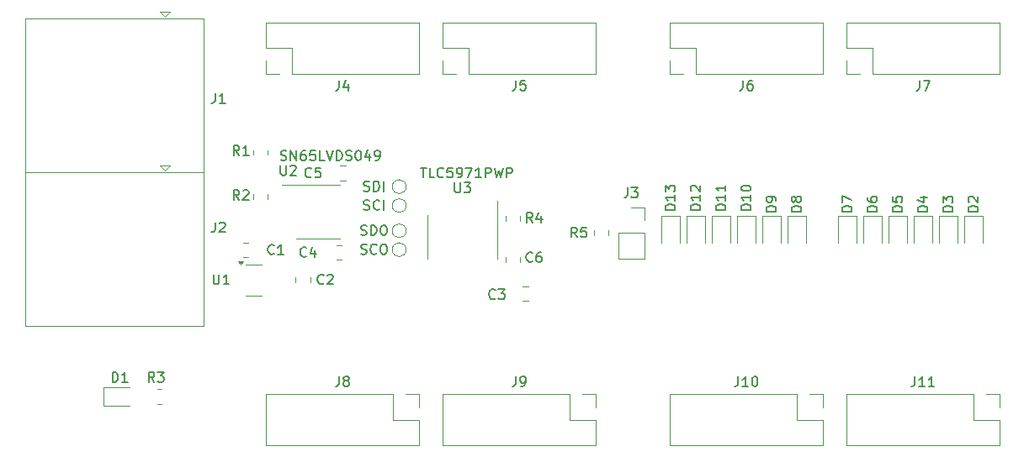
<source format=gbr>
%TF.GenerationSoftware,KiCad,Pcbnew,8.0.2*%
%TF.CreationDate,2025-01-02T13:01:11+01:00*%
%TF.ProjectId,test,74657374-2e6b-4696-9361-645f70636258,rev?*%
%TF.SameCoordinates,Original*%
%TF.FileFunction,Legend,Top*%
%TF.FilePolarity,Positive*%
%FSLAX46Y46*%
G04 Gerber Fmt 4.6, Leading zero omitted, Abs format (unit mm)*
G04 Created by KiCad (PCBNEW 8.0.2) date 2025-01-02 13:01:11*
%MOMM*%
%LPD*%
G01*
G04 APERTURE LIST*
%ADD10C,0.150000*%
%ADD11C,0.120000*%
G04 APERTURE END LIST*
D10*
X163014819Y-88706785D02*
X162014819Y-88706785D01*
X162014819Y-88706785D02*
X162014819Y-88468690D01*
X162014819Y-88468690D02*
X162062438Y-88325833D01*
X162062438Y-88325833D02*
X162157676Y-88230595D01*
X162157676Y-88230595D02*
X162252914Y-88182976D01*
X162252914Y-88182976D02*
X162443390Y-88135357D01*
X162443390Y-88135357D02*
X162586247Y-88135357D01*
X162586247Y-88135357D02*
X162776723Y-88182976D01*
X162776723Y-88182976D02*
X162871961Y-88230595D01*
X162871961Y-88230595D02*
X162967200Y-88325833D01*
X162967200Y-88325833D02*
X163014819Y-88468690D01*
X163014819Y-88468690D02*
X163014819Y-88706785D01*
X163014819Y-87182976D02*
X163014819Y-87754404D01*
X163014819Y-87468690D02*
X162014819Y-87468690D01*
X162014819Y-87468690D02*
X162157676Y-87563928D01*
X162157676Y-87563928D02*
X162252914Y-87659166D01*
X162252914Y-87659166D02*
X162300533Y-87754404D01*
X163014819Y-86230595D02*
X163014819Y-86802023D01*
X163014819Y-86516309D02*
X162014819Y-86516309D01*
X162014819Y-86516309D02*
X162157676Y-86611547D01*
X162157676Y-86611547D02*
X162252914Y-86706785D01*
X162252914Y-86706785D02*
X162300533Y-86802023D01*
X139833333Y-97609580D02*
X139785714Y-97657200D01*
X139785714Y-97657200D02*
X139642857Y-97704819D01*
X139642857Y-97704819D02*
X139547619Y-97704819D01*
X139547619Y-97704819D02*
X139404762Y-97657200D01*
X139404762Y-97657200D02*
X139309524Y-97561961D01*
X139309524Y-97561961D02*
X139261905Y-97466723D01*
X139261905Y-97466723D02*
X139214286Y-97276247D01*
X139214286Y-97276247D02*
X139214286Y-97133390D01*
X139214286Y-97133390D02*
X139261905Y-96942914D01*
X139261905Y-96942914D02*
X139309524Y-96847676D01*
X139309524Y-96847676D02*
X139404762Y-96752438D01*
X139404762Y-96752438D02*
X139547619Y-96704819D01*
X139547619Y-96704819D02*
X139642857Y-96704819D01*
X139642857Y-96704819D02*
X139785714Y-96752438D01*
X139785714Y-96752438D02*
X139833333Y-96800057D01*
X140166667Y-96704819D02*
X140785714Y-96704819D01*
X140785714Y-96704819D02*
X140452381Y-97085771D01*
X140452381Y-97085771D02*
X140595238Y-97085771D01*
X140595238Y-97085771D02*
X140690476Y-97133390D01*
X140690476Y-97133390D02*
X140738095Y-97181009D01*
X140738095Y-97181009D02*
X140785714Y-97276247D01*
X140785714Y-97276247D02*
X140785714Y-97514342D01*
X140785714Y-97514342D02*
X140738095Y-97609580D01*
X140738095Y-97609580D02*
X140690476Y-97657200D01*
X140690476Y-97657200D02*
X140595238Y-97704819D01*
X140595238Y-97704819D02*
X140309524Y-97704819D01*
X140309524Y-97704819D02*
X140214286Y-97657200D01*
X140214286Y-97657200D02*
X140166667Y-97609580D01*
X111666666Y-89954819D02*
X111666666Y-90669104D01*
X111666666Y-90669104D02*
X111619047Y-90811961D01*
X111619047Y-90811961D02*
X111523809Y-90907200D01*
X111523809Y-90907200D02*
X111380952Y-90954819D01*
X111380952Y-90954819D02*
X111285714Y-90954819D01*
X112095238Y-90050057D02*
X112142857Y-90002438D01*
X112142857Y-90002438D02*
X112238095Y-89954819D01*
X112238095Y-89954819D02*
X112476190Y-89954819D01*
X112476190Y-89954819D02*
X112571428Y-90002438D01*
X112571428Y-90002438D02*
X112619047Y-90050057D01*
X112619047Y-90050057D02*
X112666666Y-90145295D01*
X112666666Y-90145295D02*
X112666666Y-90240533D01*
X112666666Y-90240533D02*
X112619047Y-90383390D01*
X112619047Y-90383390D02*
X112047619Y-90954819D01*
X112047619Y-90954819D02*
X112666666Y-90954819D01*
X185874819Y-88865594D02*
X184874819Y-88865594D01*
X184874819Y-88865594D02*
X184874819Y-88627499D01*
X184874819Y-88627499D02*
X184922438Y-88484642D01*
X184922438Y-88484642D02*
X185017676Y-88389404D01*
X185017676Y-88389404D02*
X185112914Y-88341785D01*
X185112914Y-88341785D02*
X185303390Y-88294166D01*
X185303390Y-88294166D02*
X185446247Y-88294166D01*
X185446247Y-88294166D02*
X185636723Y-88341785D01*
X185636723Y-88341785D02*
X185731961Y-88389404D01*
X185731961Y-88389404D02*
X185827200Y-88484642D01*
X185827200Y-88484642D02*
X185874819Y-88627499D01*
X185874819Y-88627499D02*
X185874819Y-88865594D01*
X184874819Y-87960832D02*
X184874819Y-87341785D01*
X184874819Y-87341785D02*
X185255771Y-87675118D01*
X185255771Y-87675118D02*
X185255771Y-87532261D01*
X185255771Y-87532261D02*
X185303390Y-87437023D01*
X185303390Y-87437023D02*
X185351009Y-87389404D01*
X185351009Y-87389404D02*
X185446247Y-87341785D01*
X185446247Y-87341785D02*
X185684342Y-87341785D01*
X185684342Y-87341785D02*
X185779580Y-87389404D01*
X185779580Y-87389404D02*
X185827200Y-87437023D01*
X185827200Y-87437023D02*
X185874819Y-87532261D01*
X185874819Y-87532261D02*
X185874819Y-87817975D01*
X185874819Y-87817975D02*
X185827200Y-87913213D01*
X185827200Y-87913213D02*
X185779580Y-87960832D01*
X121333333Y-85359580D02*
X121285714Y-85407200D01*
X121285714Y-85407200D02*
X121142857Y-85454819D01*
X121142857Y-85454819D02*
X121047619Y-85454819D01*
X121047619Y-85454819D02*
X120904762Y-85407200D01*
X120904762Y-85407200D02*
X120809524Y-85311961D01*
X120809524Y-85311961D02*
X120761905Y-85216723D01*
X120761905Y-85216723D02*
X120714286Y-85026247D01*
X120714286Y-85026247D02*
X120714286Y-84883390D01*
X120714286Y-84883390D02*
X120761905Y-84692914D01*
X120761905Y-84692914D02*
X120809524Y-84597676D01*
X120809524Y-84597676D02*
X120904762Y-84502438D01*
X120904762Y-84502438D02*
X121047619Y-84454819D01*
X121047619Y-84454819D02*
X121142857Y-84454819D01*
X121142857Y-84454819D02*
X121285714Y-84502438D01*
X121285714Y-84502438D02*
X121333333Y-84550057D01*
X122238095Y-84454819D02*
X121761905Y-84454819D01*
X121761905Y-84454819D02*
X121714286Y-84931009D01*
X121714286Y-84931009D02*
X121761905Y-84883390D01*
X121761905Y-84883390D02*
X121857143Y-84835771D01*
X121857143Y-84835771D02*
X122095238Y-84835771D01*
X122095238Y-84835771D02*
X122190476Y-84883390D01*
X122190476Y-84883390D02*
X122238095Y-84931009D01*
X122238095Y-84931009D02*
X122285714Y-85026247D01*
X122285714Y-85026247D02*
X122285714Y-85264342D01*
X122285714Y-85264342D02*
X122238095Y-85359580D01*
X122238095Y-85359580D02*
X122190476Y-85407200D01*
X122190476Y-85407200D02*
X122095238Y-85454819D01*
X122095238Y-85454819D02*
X121857143Y-85454819D01*
X121857143Y-85454819D02*
X121761905Y-85407200D01*
X121761905Y-85407200D02*
X121714286Y-85359580D01*
X168094819Y-88865594D02*
X167094819Y-88865594D01*
X167094819Y-88865594D02*
X167094819Y-88627499D01*
X167094819Y-88627499D02*
X167142438Y-88484642D01*
X167142438Y-88484642D02*
X167237676Y-88389404D01*
X167237676Y-88389404D02*
X167332914Y-88341785D01*
X167332914Y-88341785D02*
X167523390Y-88294166D01*
X167523390Y-88294166D02*
X167666247Y-88294166D01*
X167666247Y-88294166D02*
X167856723Y-88341785D01*
X167856723Y-88341785D02*
X167951961Y-88389404D01*
X167951961Y-88389404D02*
X168047200Y-88484642D01*
X168047200Y-88484642D02*
X168094819Y-88627499D01*
X168094819Y-88627499D02*
X168094819Y-88865594D01*
X168094819Y-87817975D02*
X168094819Y-87627499D01*
X168094819Y-87627499D02*
X168047200Y-87532261D01*
X168047200Y-87532261D02*
X167999580Y-87484642D01*
X167999580Y-87484642D02*
X167856723Y-87389404D01*
X167856723Y-87389404D02*
X167666247Y-87341785D01*
X167666247Y-87341785D02*
X167285295Y-87341785D01*
X167285295Y-87341785D02*
X167190057Y-87389404D01*
X167190057Y-87389404D02*
X167142438Y-87437023D01*
X167142438Y-87437023D02*
X167094819Y-87532261D01*
X167094819Y-87532261D02*
X167094819Y-87722737D01*
X167094819Y-87722737D02*
X167142438Y-87817975D01*
X167142438Y-87817975D02*
X167190057Y-87865594D01*
X167190057Y-87865594D02*
X167285295Y-87913213D01*
X167285295Y-87913213D02*
X167523390Y-87913213D01*
X167523390Y-87913213D02*
X167618628Y-87865594D01*
X167618628Y-87865594D02*
X167666247Y-87817975D01*
X167666247Y-87817975D02*
X167713866Y-87722737D01*
X167713866Y-87722737D02*
X167713866Y-87532261D01*
X167713866Y-87532261D02*
X167666247Y-87437023D01*
X167666247Y-87437023D02*
X167618628Y-87389404D01*
X167618628Y-87389404D02*
X167523390Y-87341785D01*
X153166666Y-86454819D02*
X153166666Y-87169104D01*
X153166666Y-87169104D02*
X153119047Y-87311961D01*
X153119047Y-87311961D02*
X153023809Y-87407200D01*
X153023809Y-87407200D02*
X152880952Y-87454819D01*
X152880952Y-87454819D02*
X152785714Y-87454819D01*
X153547619Y-86454819D02*
X154166666Y-86454819D01*
X154166666Y-86454819D02*
X153833333Y-86835771D01*
X153833333Y-86835771D02*
X153976190Y-86835771D01*
X153976190Y-86835771D02*
X154071428Y-86883390D01*
X154071428Y-86883390D02*
X154119047Y-86931009D01*
X154119047Y-86931009D02*
X154166666Y-87026247D01*
X154166666Y-87026247D02*
X154166666Y-87264342D01*
X154166666Y-87264342D02*
X154119047Y-87359580D01*
X154119047Y-87359580D02*
X154071428Y-87407200D01*
X154071428Y-87407200D02*
X153976190Y-87454819D01*
X153976190Y-87454819D02*
X153690476Y-87454819D01*
X153690476Y-87454819D02*
X153595238Y-87407200D01*
X153595238Y-87407200D02*
X153547619Y-87359580D01*
X182070476Y-105499819D02*
X182070476Y-106214104D01*
X182070476Y-106214104D02*
X182022857Y-106356961D01*
X182022857Y-106356961D02*
X181927619Y-106452200D01*
X181927619Y-106452200D02*
X181784762Y-106499819D01*
X181784762Y-106499819D02*
X181689524Y-106499819D01*
X183070476Y-106499819D02*
X182499048Y-106499819D01*
X182784762Y-106499819D02*
X182784762Y-105499819D01*
X182784762Y-105499819D02*
X182689524Y-105642676D01*
X182689524Y-105642676D02*
X182594286Y-105737914D01*
X182594286Y-105737914D02*
X182499048Y-105785533D01*
X184022857Y-106499819D02*
X183451429Y-106499819D01*
X183737143Y-106499819D02*
X183737143Y-105499819D01*
X183737143Y-105499819D02*
X183641905Y-105642676D01*
X183641905Y-105642676D02*
X183546667Y-105737914D01*
X183546667Y-105737914D02*
X183451429Y-105785533D01*
X160474819Y-88706785D02*
X159474819Y-88706785D01*
X159474819Y-88706785D02*
X159474819Y-88468690D01*
X159474819Y-88468690D02*
X159522438Y-88325833D01*
X159522438Y-88325833D02*
X159617676Y-88230595D01*
X159617676Y-88230595D02*
X159712914Y-88182976D01*
X159712914Y-88182976D02*
X159903390Y-88135357D01*
X159903390Y-88135357D02*
X160046247Y-88135357D01*
X160046247Y-88135357D02*
X160236723Y-88182976D01*
X160236723Y-88182976D02*
X160331961Y-88230595D01*
X160331961Y-88230595D02*
X160427200Y-88325833D01*
X160427200Y-88325833D02*
X160474819Y-88468690D01*
X160474819Y-88468690D02*
X160474819Y-88706785D01*
X160474819Y-87182976D02*
X160474819Y-87754404D01*
X160474819Y-87468690D02*
X159474819Y-87468690D01*
X159474819Y-87468690D02*
X159617676Y-87563928D01*
X159617676Y-87563928D02*
X159712914Y-87659166D01*
X159712914Y-87659166D02*
X159760533Y-87754404D01*
X159570057Y-86802023D02*
X159522438Y-86754404D01*
X159522438Y-86754404D02*
X159474819Y-86659166D01*
X159474819Y-86659166D02*
X159474819Y-86421071D01*
X159474819Y-86421071D02*
X159522438Y-86325833D01*
X159522438Y-86325833D02*
X159570057Y-86278214D01*
X159570057Y-86278214D02*
X159665295Y-86230595D01*
X159665295Y-86230595D02*
X159760533Y-86230595D01*
X159760533Y-86230595D02*
X159903390Y-86278214D01*
X159903390Y-86278214D02*
X160474819Y-86849642D01*
X160474819Y-86849642D02*
X160474819Y-86230595D01*
X126611191Y-88672200D02*
X126754048Y-88719819D01*
X126754048Y-88719819D02*
X126992143Y-88719819D01*
X126992143Y-88719819D02*
X127087381Y-88672200D01*
X127087381Y-88672200D02*
X127135000Y-88624580D01*
X127135000Y-88624580D02*
X127182619Y-88529342D01*
X127182619Y-88529342D02*
X127182619Y-88434104D01*
X127182619Y-88434104D02*
X127135000Y-88338866D01*
X127135000Y-88338866D02*
X127087381Y-88291247D01*
X127087381Y-88291247D02*
X126992143Y-88243628D01*
X126992143Y-88243628D02*
X126801667Y-88196009D01*
X126801667Y-88196009D02*
X126706429Y-88148390D01*
X126706429Y-88148390D02*
X126658810Y-88100771D01*
X126658810Y-88100771D02*
X126611191Y-88005533D01*
X126611191Y-88005533D02*
X126611191Y-87910295D01*
X126611191Y-87910295D02*
X126658810Y-87815057D01*
X126658810Y-87815057D02*
X126706429Y-87767438D01*
X126706429Y-87767438D02*
X126801667Y-87719819D01*
X126801667Y-87719819D02*
X127039762Y-87719819D01*
X127039762Y-87719819D02*
X127182619Y-87767438D01*
X128182619Y-88624580D02*
X128135000Y-88672200D01*
X128135000Y-88672200D02*
X127992143Y-88719819D01*
X127992143Y-88719819D02*
X127896905Y-88719819D01*
X127896905Y-88719819D02*
X127754048Y-88672200D01*
X127754048Y-88672200D02*
X127658810Y-88576961D01*
X127658810Y-88576961D02*
X127611191Y-88481723D01*
X127611191Y-88481723D02*
X127563572Y-88291247D01*
X127563572Y-88291247D02*
X127563572Y-88148390D01*
X127563572Y-88148390D02*
X127611191Y-87957914D01*
X127611191Y-87957914D02*
X127658810Y-87862676D01*
X127658810Y-87862676D02*
X127754048Y-87767438D01*
X127754048Y-87767438D02*
X127896905Y-87719819D01*
X127896905Y-87719819D02*
X127992143Y-87719819D01*
X127992143Y-87719819D02*
X128135000Y-87767438D01*
X128135000Y-87767438D02*
X128182619Y-87815057D01*
X128611191Y-88719819D02*
X128611191Y-87719819D01*
X101324405Y-106049819D02*
X101324405Y-105049819D01*
X101324405Y-105049819D02*
X101562500Y-105049819D01*
X101562500Y-105049819D02*
X101705357Y-105097438D01*
X101705357Y-105097438D02*
X101800595Y-105192676D01*
X101800595Y-105192676D02*
X101848214Y-105287914D01*
X101848214Y-105287914D02*
X101895833Y-105478390D01*
X101895833Y-105478390D02*
X101895833Y-105621247D01*
X101895833Y-105621247D02*
X101848214Y-105811723D01*
X101848214Y-105811723D02*
X101800595Y-105906961D01*
X101800595Y-105906961D02*
X101705357Y-106002200D01*
X101705357Y-106002200D02*
X101562500Y-106049819D01*
X101562500Y-106049819D02*
X101324405Y-106049819D01*
X102848214Y-106049819D02*
X102276786Y-106049819D01*
X102562500Y-106049819D02*
X102562500Y-105049819D01*
X102562500Y-105049819D02*
X102467262Y-105192676D01*
X102467262Y-105192676D02*
X102372024Y-105287914D01*
X102372024Y-105287914D02*
X102276786Y-105335533D01*
X141906666Y-75654819D02*
X141906666Y-76369104D01*
X141906666Y-76369104D02*
X141859047Y-76511961D01*
X141859047Y-76511961D02*
X141763809Y-76607200D01*
X141763809Y-76607200D02*
X141620952Y-76654819D01*
X141620952Y-76654819D02*
X141525714Y-76654819D01*
X142859047Y-75654819D02*
X142382857Y-75654819D01*
X142382857Y-75654819D02*
X142335238Y-76131009D01*
X142335238Y-76131009D02*
X142382857Y-76083390D01*
X142382857Y-76083390D02*
X142478095Y-76035771D01*
X142478095Y-76035771D02*
X142716190Y-76035771D01*
X142716190Y-76035771D02*
X142811428Y-76083390D01*
X142811428Y-76083390D02*
X142859047Y-76131009D01*
X142859047Y-76131009D02*
X142906666Y-76226247D01*
X142906666Y-76226247D02*
X142906666Y-76464342D01*
X142906666Y-76464342D02*
X142859047Y-76559580D01*
X142859047Y-76559580D02*
X142811428Y-76607200D01*
X142811428Y-76607200D02*
X142716190Y-76654819D01*
X142716190Y-76654819D02*
X142478095Y-76654819D01*
X142478095Y-76654819D02*
X142382857Y-76607200D01*
X142382857Y-76607200D02*
X142335238Y-76559580D01*
X111666666Y-76954819D02*
X111666666Y-77669104D01*
X111666666Y-77669104D02*
X111619047Y-77811961D01*
X111619047Y-77811961D02*
X111523809Y-77907200D01*
X111523809Y-77907200D02*
X111380952Y-77954819D01*
X111380952Y-77954819D02*
X111285714Y-77954819D01*
X112666666Y-77954819D02*
X112095238Y-77954819D01*
X112380952Y-77954819D02*
X112380952Y-76954819D01*
X112380952Y-76954819D02*
X112285714Y-77097676D01*
X112285714Y-77097676D02*
X112190476Y-77192914D01*
X112190476Y-77192914D02*
X112095238Y-77240533D01*
X182546666Y-75654819D02*
X182546666Y-76369104D01*
X182546666Y-76369104D02*
X182499047Y-76511961D01*
X182499047Y-76511961D02*
X182403809Y-76607200D01*
X182403809Y-76607200D02*
X182260952Y-76654819D01*
X182260952Y-76654819D02*
X182165714Y-76654819D01*
X182927619Y-75654819D02*
X183594285Y-75654819D01*
X183594285Y-75654819D02*
X183165714Y-76654819D01*
X114083333Y-83204819D02*
X113750000Y-82728628D01*
X113511905Y-83204819D02*
X113511905Y-82204819D01*
X113511905Y-82204819D02*
X113892857Y-82204819D01*
X113892857Y-82204819D02*
X113988095Y-82252438D01*
X113988095Y-82252438D02*
X114035714Y-82300057D01*
X114035714Y-82300057D02*
X114083333Y-82395295D01*
X114083333Y-82395295D02*
X114083333Y-82538152D01*
X114083333Y-82538152D02*
X114035714Y-82633390D01*
X114035714Y-82633390D02*
X113988095Y-82681009D01*
X113988095Y-82681009D02*
X113892857Y-82728628D01*
X113892857Y-82728628D02*
X113511905Y-82728628D01*
X115035714Y-83204819D02*
X114464286Y-83204819D01*
X114750000Y-83204819D02*
X114750000Y-82204819D01*
X114750000Y-82204819D02*
X114654762Y-82347676D01*
X114654762Y-82347676D02*
X114559524Y-82442914D01*
X114559524Y-82442914D02*
X114464286Y-82490533D01*
X164766666Y-75654819D02*
X164766666Y-76369104D01*
X164766666Y-76369104D02*
X164719047Y-76511961D01*
X164719047Y-76511961D02*
X164623809Y-76607200D01*
X164623809Y-76607200D02*
X164480952Y-76654819D01*
X164480952Y-76654819D02*
X164385714Y-76654819D01*
X165671428Y-75654819D02*
X165480952Y-75654819D01*
X165480952Y-75654819D02*
X165385714Y-75702438D01*
X165385714Y-75702438D02*
X165338095Y-75750057D01*
X165338095Y-75750057D02*
X165242857Y-75892914D01*
X165242857Y-75892914D02*
X165195238Y-76083390D01*
X165195238Y-76083390D02*
X165195238Y-76464342D01*
X165195238Y-76464342D02*
X165242857Y-76559580D01*
X165242857Y-76559580D02*
X165290476Y-76607200D01*
X165290476Y-76607200D02*
X165385714Y-76654819D01*
X165385714Y-76654819D02*
X165576190Y-76654819D01*
X165576190Y-76654819D02*
X165671428Y-76607200D01*
X165671428Y-76607200D02*
X165719047Y-76559580D01*
X165719047Y-76559580D02*
X165766666Y-76464342D01*
X165766666Y-76464342D02*
X165766666Y-76226247D01*
X165766666Y-76226247D02*
X165719047Y-76131009D01*
X165719047Y-76131009D02*
X165671428Y-76083390D01*
X165671428Y-76083390D02*
X165576190Y-76035771D01*
X165576190Y-76035771D02*
X165385714Y-76035771D01*
X165385714Y-76035771D02*
X165290476Y-76083390D01*
X165290476Y-76083390D02*
X165242857Y-76131009D01*
X165242857Y-76131009D02*
X165195238Y-76226247D01*
X124126666Y-75654819D02*
X124126666Y-76369104D01*
X124126666Y-76369104D02*
X124079047Y-76511961D01*
X124079047Y-76511961D02*
X123983809Y-76607200D01*
X123983809Y-76607200D02*
X123840952Y-76654819D01*
X123840952Y-76654819D02*
X123745714Y-76654819D01*
X125031428Y-75988152D02*
X125031428Y-76654819D01*
X124793333Y-75607200D02*
X124555238Y-76321485D01*
X124555238Y-76321485D02*
X125174285Y-76321485D01*
X178254819Y-88865594D02*
X177254819Y-88865594D01*
X177254819Y-88865594D02*
X177254819Y-88627499D01*
X177254819Y-88627499D02*
X177302438Y-88484642D01*
X177302438Y-88484642D02*
X177397676Y-88389404D01*
X177397676Y-88389404D02*
X177492914Y-88341785D01*
X177492914Y-88341785D02*
X177683390Y-88294166D01*
X177683390Y-88294166D02*
X177826247Y-88294166D01*
X177826247Y-88294166D02*
X178016723Y-88341785D01*
X178016723Y-88341785D02*
X178111961Y-88389404D01*
X178111961Y-88389404D02*
X178207200Y-88484642D01*
X178207200Y-88484642D02*
X178254819Y-88627499D01*
X178254819Y-88627499D02*
X178254819Y-88865594D01*
X177254819Y-87437023D02*
X177254819Y-87627499D01*
X177254819Y-87627499D02*
X177302438Y-87722737D01*
X177302438Y-87722737D02*
X177350057Y-87770356D01*
X177350057Y-87770356D02*
X177492914Y-87865594D01*
X177492914Y-87865594D02*
X177683390Y-87913213D01*
X177683390Y-87913213D02*
X178064342Y-87913213D01*
X178064342Y-87913213D02*
X178159580Y-87865594D01*
X178159580Y-87865594D02*
X178207200Y-87817975D01*
X178207200Y-87817975D02*
X178254819Y-87722737D01*
X178254819Y-87722737D02*
X178254819Y-87532261D01*
X178254819Y-87532261D02*
X178207200Y-87437023D01*
X178207200Y-87437023D02*
X178159580Y-87389404D01*
X178159580Y-87389404D02*
X178064342Y-87341785D01*
X178064342Y-87341785D02*
X177826247Y-87341785D01*
X177826247Y-87341785D02*
X177731009Y-87389404D01*
X177731009Y-87389404D02*
X177683390Y-87437023D01*
X177683390Y-87437023D02*
X177635771Y-87532261D01*
X177635771Y-87532261D02*
X177635771Y-87722737D01*
X177635771Y-87722737D02*
X177683390Y-87817975D01*
X177683390Y-87817975D02*
X177731009Y-87865594D01*
X177731009Y-87865594D02*
X177826247Y-87913213D01*
X157934819Y-88706785D02*
X156934819Y-88706785D01*
X156934819Y-88706785D02*
X156934819Y-88468690D01*
X156934819Y-88468690D02*
X156982438Y-88325833D01*
X156982438Y-88325833D02*
X157077676Y-88230595D01*
X157077676Y-88230595D02*
X157172914Y-88182976D01*
X157172914Y-88182976D02*
X157363390Y-88135357D01*
X157363390Y-88135357D02*
X157506247Y-88135357D01*
X157506247Y-88135357D02*
X157696723Y-88182976D01*
X157696723Y-88182976D02*
X157791961Y-88230595D01*
X157791961Y-88230595D02*
X157887200Y-88325833D01*
X157887200Y-88325833D02*
X157934819Y-88468690D01*
X157934819Y-88468690D02*
X157934819Y-88706785D01*
X157934819Y-87182976D02*
X157934819Y-87754404D01*
X157934819Y-87468690D02*
X156934819Y-87468690D01*
X156934819Y-87468690D02*
X157077676Y-87563928D01*
X157077676Y-87563928D02*
X157172914Y-87659166D01*
X157172914Y-87659166D02*
X157220533Y-87754404D01*
X156934819Y-86849642D02*
X156934819Y-86230595D01*
X156934819Y-86230595D02*
X157315771Y-86563928D01*
X157315771Y-86563928D02*
X157315771Y-86421071D01*
X157315771Y-86421071D02*
X157363390Y-86325833D01*
X157363390Y-86325833D02*
X157411009Y-86278214D01*
X157411009Y-86278214D02*
X157506247Y-86230595D01*
X157506247Y-86230595D02*
X157744342Y-86230595D01*
X157744342Y-86230595D02*
X157839580Y-86278214D01*
X157839580Y-86278214D02*
X157887200Y-86325833D01*
X157887200Y-86325833D02*
X157934819Y-86421071D01*
X157934819Y-86421071D02*
X157934819Y-86706785D01*
X157934819Y-86706785D02*
X157887200Y-86802023D01*
X157887200Y-86802023D02*
X157839580Y-86849642D01*
X117583333Y-93109580D02*
X117535714Y-93157200D01*
X117535714Y-93157200D02*
X117392857Y-93204819D01*
X117392857Y-93204819D02*
X117297619Y-93204819D01*
X117297619Y-93204819D02*
X117154762Y-93157200D01*
X117154762Y-93157200D02*
X117059524Y-93061961D01*
X117059524Y-93061961D02*
X117011905Y-92966723D01*
X117011905Y-92966723D02*
X116964286Y-92776247D01*
X116964286Y-92776247D02*
X116964286Y-92633390D01*
X116964286Y-92633390D02*
X117011905Y-92442914D01*
X117011905Y-92442914D02*
X117059524Y-92347676D01*
X117059524Y-92347676D02*
X117154762Y-92252438D01*
X117154762Y-92252438D02*
X117297619Y-92204819D01*
X117297619Y-92204819D02*
X117392857Y-92204819D01*
X117392857Y-92204819D02*
X117535714Y-92252438D01*
X117535714Y-92252438D02*
X117583333Y-92300057D01*
X118535714Y-93204819D02*
X117964286Y-93204819D01*
X118250000Y-93204819D02*
X118250000Y-92204819D01*
X118250000Y-92204819D02*
X118154762Y-92347676D01*
X118154762Y-92347676D02*
X118059524Y-92442914D01*
X118059524Y-92442914D02*
X117964286Y-92490533D01*
X175714819Y-88865594D02*
X174714819Y-88865594D01*
X174714819Y-88865594D02*
X174714819Y-88627499D01*
X174714819Y-88627499D02*
X174762438Y-88484642D01*
X174762438Y-88484642D02*
X174857676Y-88389404D01*
X174857676Y-88389404D02*
X174952914Y-88341785D01*
X174952914Y-88341785D02*
X175143390Y-88294166D01*
X175143390Y-88294166D02*
X175286247Y-88294166D01*
X175286247Y-88294166D02*
X175476723Y-88341785D01*
X175476723Y-88341785D02*
X175571961Y-88389404D01*
X175571961Y-88389404D02*
X175667200Y-88484642D01*
X175667200Y-88484642D02*
X175714819Y-88627499D01*
X175714819Y-88627499D02*
X175714819Y-88865594D01*
X174714819Y-87960832D02*
X174714819Y-87294166D01*
X174714819Y-87294166D02*
X175714819Y-87722737D01*
X114083333Y-87704819D02*
X113750000Y-87228628D01*
X113511905Y-87704819D02*
X113511905Y-86704819D01*
X113511905Y-86704819D02*
X113892857Y-86704819D01*
X113892857Y-86704819D02*
X113988095Y-86752438D01*
X113988095Y-86752438D02*
X114035714Y-86800057D01*
X114035714Y-86800057D02*
X114083333Y-86895295D01*
X114083333Y-86895295D02*
X114083333Y-87038152D01*
X114083333Y-87038152D02*
X114035714Y-87133390D01*
X114035714Y-87133390D02*
X113988095Y-87181009D01*
X113988095Y-87181009D02*
X113892857Y-87228628D01*
X113892857Y-87228628D02*
X113511905Y-87228628D01*
X114464286Y-86800057D02*
X114511905Y-86752438D01*
X114511905Y-86752438D02*
X114607143Y-86704819D01*
X114607143Y-86704819D02*
X114845238Y-86704819D01*
X114845238Y-86704819D02*
X114940476Y-86752438D01*
X114940476Y-86752438D02*
X114988095Y-86800057D01*
X114988095Y-86800057D02*
X115035714Y-86895295D01*
X115035714Y-86895295D02*
X115035714Y-86990533D01*
X115035714Y-86990533D02*
X114988095Y-87133390D01*
X114988095Y-87133390D02*
X114416667Y-87704819D01*
X114416667Y-87704819D02*
X115035714Y-87704819D01*
X124126666Y-105499819D02*
X124126666Y-106214104D01*
X124126666Y-106214104D02*
X124079047Y-106356961D01*
X124079047Y-106356961D02*
X123983809Y-106452200D01*
X123983809Y-106452200D02*
X123840952Y-106499819D01*
X123840952Y-106499819D02*
X123745714Y-106499819D01*
X124745714Y-105928390D02*
X124650476Y-105880771D01*
X124650476Y-105880771D02*
X124602857Y-105833152D01*
X124602857Y-105833152D02*
X124555238Y-105737914D01*
X124555238Y-105737914D02*
X124555238Y-105690295D01*
X124555238Y-105690295D02*
X124602857Y-105595057D01*
X124602857Y-105595057D02*
X124650476Y-105547438D01*
X124650476Y-105547438D02*
X124745714Y-105499819D01*
X124745714Y-105499819D02*
X124936190Y-105499819D01*
X124936190Y-105499819D02*
X125031428Y-105547438D01*
X125031428Y-105547438D02*
X125079047Y-105595057D01*
X125079047Y-105595057D02*
X125126666Y-105690295D01*
X125126666Y-105690295D02*
X125126666Y-105737914D01*
X125126666Y-105737914D02*
X125079047Y-105833152D01*
X125079047Y-105833152D02*
X125031428Y-105880771D01*
X125031428Y-105880771D02*
X124936190Y-105928390D01*
X124936190Y-105928390D02*
X124745714Y-105928390D01*
X124745714Y-105928390D02*
X124650476Y-105976009D01*
X124650476Y-105976009D02*
X124602857Y-106023628D01*
X124602857Y-106023628D02*
X124555238Y-106118866D01*
X124555238Y-106118866D02*
X124555238Y-106309342D01*
X124555238Y-106309342D02*
X124602857Y-106404580D01*
X124602857Y-106404580D02*
X124650476Y-106452200D01*
X124650476Y-106452200D02*
X124745714Y-106499819D01*
X124745714Y-106499819D02*
X124936190Y-106499819D01*
X124936190Y-106499819D02*
X125031428Y-106452200D01*
X125031428Y-106452200D02*
X125079047Y-106404580D01*
X125079047Y-106404580D02*
X125126666Y-106309342D01*
X125126666Y-106309342D02*
X125126666Y-106118866D01*
X125126666Y-106118866D02*
X125079047Y-106023628D01*
X125079047Y-106023628D02*
X125031428Y-105976009D01*
X125031428Y-105976009D02*
X124936190Y-105928390D01*
X164290476Y-105499819D02*
X164290476Y-106214104D01*
X164290476Y-106214104D02*
X164242857Y-106356961D01*
X164242857Y-106356961D02*
X164147619Y-106452200D01*
X164147619Y-106452200D02*
X164004762Y-106499819D01*
X164004762Y-106499819D02*
X163909524Y-106499819D01*
X165290476Y-106499819D02*
X164719048Y-106499819D01*
X165004762Y-106499819D02*
X165004762Y-105499819D01*
X165004762Y-105499819D02*
X164909524Y-105642676D01*
X164909524Y-105642676D02*
X164814286Y-105737914D01*
X164814286Y-105737914D02*
X164719048Y-105785533D01*
X165909524Y-105499819D02*
X166004762Y-105499819D01*
X166004762Y-105499819D02*
X166100000Y-105547438D01*
X166100000Y-105547438D02*
X166147619Y-105595057D01*
X166147619Y-105595057D02*
X166195238Y-105690295D01*
X166195238Y-105690295D02*
X166242857Y-105880771D01*
X166242857Y-105880771D02*
X166242857Y-106118866D01*
X166242857Y-106118866D02*
X166195238Y-106309342D01*
X166195238Y-106309342D02*
X166147619Y-106404580D01*
X166147619Y-106404580D02*
X166100000Y-106452200D01*
X166100000Y-106452200D02*
X166004762Y-106499819D01*
X166004762Y-106499819D02*
X165909524Y-106499819D01*
X165909524Y-106499819D02*
X165814286Y-106452200D01*
X165814286Y-106452200D02*
X165766667Y-106404580D01*
X165766667Y-106404580D02*
X165719048Y-106309342D01*
X165719048Y-106309342D02*
X165671429Y-106118866D01*
X165671429Y-106118866D02*
X165671429Y-105880771D01*
X165671429Y-105880771D02*
X165719048Y-105690295D01*
X165719048Y-105690295D02*
X165766667Y-105595057D01*
X165766667Y-105595057D02*
X165814286Y-105547438D01*
X165814286Y-105547438D02*
X165909524Y-105499819D01*
X122583333Y-96109580D02*
X122535714Y-96157200D01*
X122535714Y-96157200D02*
X122392857Y-96204819D01*
X122392857Y-96204819D02*
X122297619Y-96204819D01*
X122297619Y-96204819D02*
X122154762Y-96157200D01*
X122154762Y-96157200D02*
X122059524Y-96061961D01*
X122059524Y-96061961D02*
X122011905Y-95966723D01*
X122011905Y-95966723D02*
X121964286Y-95776247D01*
X121964286Y-95776247D02*
X121964286Y-95633390D01*
X121964286Y-95633390D02*
X122011905Y-95442914D01*
X122011905Y-95442914D02*
X122059524Y-95347676D01*
X122059524Y-95347676D02*
X122154762Y-95252438D01*
X122154762Y-95252438D02*
X122297619Y-95204819D01*
X122297619Y-95204819D02*
X122392857Y-95204819D01*
X122392857Y-95204819D02*
X122535714Y-95252438D01*
X122535714Y-95252438D02*
X122583333Y-95300057D01*
X122964286Y-95300057D02*
X123011905Y-95252438D01*
X123011905Y-95252438D02*
X123107143Y-95204819D01*
X123107143Y-95204819D02*
X123345238Y-95204819D01*
X123345238Y-95204819D02*
X123440476Y-95252438D01*
X123440476Y-95252438D02*
X123488095Y-95300057D01*
X123488095Y-95300057D02*
X123535714Y-95395295D01*
X123535714Y-95395295D02*
X123535714Y-95490533D01*
X123535714Y-95490533D02*
X123488095Y-95633390D01*
X123488095Y-95633390D02*
X122916667Y-96204819D01*
X122916667Y-96204819D02*
X123535714Y-96204819D01*
X143583333Y-89989819D02*
X143250000Y-89513628D01*
X143011905Y-89989819D02*
X143011905Y-88989819D01*
X143011905Y-88989819D02*
X143392857Y-88989819D01*
X143392857Y-88989819D02*
X143488095Y-89037438D01*
X143488095Y-89037438D02*
X143535714Y-89085057D01*
X143535714Y-89085057D02*
X143583333Y-89180295D01*
X143583333Y-89180295D02*
X143583333Y-89323152D01*
X143583333Y-89323152D02*
X143535714Y-89418390D01*
X143535714Y-89418390D02*
X143488095Y-89466009D01*
X143488095Y-89466009D02*
X143392857Y-89513628D01*
X143392857Y-89513628D02*
X143011905Y-89513628D01*
X144440476Y-89323152D02*
X144440476Y-89989819D01*
X144202381Y-88942200D02*
X143964286Y-89656485D01*
X143964286Y-89656485D02*
X144583333Y-89656485D01*
X126611191Y-86767200D02*
X126754048Y-86814819D01*
X126754048Y-86814819D02*
X126992143Y-86814819D01*
X126992143Y-86814819D02*
X127087381Y-86767200D01*
X127087381Y-86767200D02*
X127135000Y-86719580D01*
X127135000Y-86719580D02*
X127182619Y-86624342D01*
X127182619Y-86624342D02*
X127182619Y-86529104D01*
X127182619Y-86529104D02*
X127135000Y-86433866D01*
X127135000Y-86433866D02*
X127087381Y-86386247D01*
X127087381Y-86386247D02*
X126992143Y-86338628D01*
X126992143Y-86338628D02*
X126801667Y-86291009D01*
X126801667Y-86291009D02*
X126706429Y-86243390D01*
X126706429Y-86243390D02*
X126658810Y-86195771D01*
X126658810Y-86195771D02*
X126611191Y-86100533D01*
X126611191Y-86100533D02*
X126611191Y-86005295D01*
X126611191Y-86005295D02*
X126658810Y-85910057D01*
X126658810Y-85910057D02*
X126706429Y-85862438D01*
X126706429Y-85862438D02*
X126801667Y-85814819D01*
X126801667Y-85814819D02*
X127039762Y-85814819D01*
X127039762Y-85814819D02*
X127182619Y-85862438D01*
X127611191Y-86814819D02*
X127611191Y-85814819D01*
X127611191Y-85814819D02*
X127849286Y-85814819D01*
X127849286Y-85814819D02*
X127992143Y-85862438D01*
X127992143Y-85862438D02*
X128087381Y-85957676D01*
X128087381Y-85957676D02*
X128135000Y-86052914D01*
X128135000Y-86052914D02*
X128182619Y-86243390D01*
X128182619Y-86243390D02*
X128182619Y-86386247D01*
X128182619Y-86386247D02*
X128135000Y-86576723D01*
X128135000Y-86576723D02*
X128087381Y-86671961D01*
X128087381Y-86671961D02*
X127992143Y-86767200D01*
X127992143Y-86767200D02*
X127849286Y-86814819D01*
X127849286Y-86814819D02*
X127611191Y-86814819D01*
X128611191Y-86814819D02*
X128611191Y-85814819D01*
X111488095Y-95204819D02*
X111488095Y-96014342D01*
X111488095Y-96014342D02*
X111535714Y-96109580D01*
X111535714Y-96109580D02*
X111583333Y-96157200D01*
X111583333Y-96157200D02*
X111678571Y-96204819D01*
X111678571Y-96204819D02*
X111869047Y-96204819D01*
X111869047Y-96204819D02*
X111964285Y-96157200D01*
X111964285Y-96157200D02*
X112011904Y-96109580D01*
X112011904Y-96109580D02*
X112059523Y-96014342D01*
X112059523Y-96014342D02*
X112059523Y-95204819D01*
X113059523Y-96204819D02*
X112488095Y-96204819D01*
X112773809Y-96204819D02*
X112773809Y-95204819D01*
X112773809Y-95204819D02*
X112678571Y-95347676D01*
X112678571Y-95347676D02*
X112583333Y-95442914D01*
X112583333Y-95442914D02*
X112488095Y-95490533D01*
X135763095Y-85954819D02*
X135763095Y-86764342D01*
X135763095Y-86764342D02*
X135810714Y-86859580D01*
X135810714Y-86859580D02*
X135858333Y-86907200D01*
X135858333Y-86907200D02*
X135953571Y-86954819D01*
X135953571Y-86954819D02*
X136144047Y-86954819D01*
X136144047Y-86954819D02*
X136239285Y-86907200D01*
X136239285Y-86907200D02*
X136286904Y-86859580D01*
X136286904Y-86859580D02*
X136334523Y-86764342D01*
X136334523Y-86764342D02*
X136334523Y-85954819D01*
X136715476Y-85954819D02*
X137334523Y-85954819D01*
X137334523Y-85954819D02*
X137001190Y-86335771D01*
X137001190Y-86335771D02*
X137144047Y-86335771D01*
X137144047Y-86335771D02*
X137239285Y-86383390D01*
X137239285Y-86383390D02*
X137286904Y-86431009D01*
X137286904Y-86431009D02*
X137334523Y-86526247D01*
X137334523Y-86526247D02*
X137334523Y-86764342D01*
X137334523Y-86764342D02*
X137286904Y-86859580D01*
X137286904Y-86859580D02*
X137239285Y-86907200D01*
X137239285Y-86907200D02*
X137144047Y-86954819D01*
X137144047Y-86954819D02*
X136858333Y-86954819D01*
X136858333Y-86954819D02*
X136763095Y-86907200D01*
X136763095Y-86907200D02*
X136715476Y-86859580D01*
X132333333Y-84454819D02*
X132904761Y-84454819D01*
X132619047Y-85454819D02*
X132619047Y-84454819D01*
X133714285Y-85454819D02*
X133238095Y-85454819D01*
X133238095Y-85454819D02*
X133238095Y-84454819D01*
X134619047Y-85359580D02*
X134571428Y-85407200D01*
X134571428Y-85407200D02*
X134428571Y-85454819D01*
X134428571Y-85454819D02*
X134333333Y-85454819D01*
X134333333Y-85454819D02*
X134190476Y-85407200D01*
X134190476Y-85407200D02*
X134095238Y-85311961D01*
X134095238Y-85311961D02*
X134047619Y-85216723D01*
X134047619Y-85216723D02*
X134000000Y-85026247D01*
X134000000Y-85026247D02*
X134000000Y-84883390D01*
X134000000Y-84883390D02*
X134047619Y-84692914D01*
X134047619Y-84692914D02*
X134095238Y-84597676D01*
X134095238Y-84597676D02*
X134190476Y-84502438D01*
X134190476Y-84502438D02*
X134333333Y-84454819D01*
X134333333Y-84454819D02*
X134428571Y-84454819D01*
X134428571Y-84454819D02*
X134571428Y-84502438D01*
X134571428Y-84502438D02*
X134619047Y-84550057D01*
X135523809Y-84454819D02*
X135047619Y-84454819D01*
X135047619Y-84454819D02*
X135000000Y-84931009D01*
X135000000Y-84931009D02*
X135047619Y-84883390D01*
X135047619Y-84883390D02*
X135142857Y-84835771D01*
X135142857Y-84835771D02*
X135380952Y-84835771D01*
X135380952Y-84835771D02*
X135476190Y-84883390D01*
X135476190Y-84883390D02*
X135523809Y-84931009D01*
X135523809Y-84931009D02*
X135571428Y-85026247D01*
X135571428Y-85026247D02*
X135571428Y-85264342D01*
X135571428Y-85264342D02*
X135523809Y-85359580D01*
X135523809Y-85359580D02*
X135476190Y-85407200D01*
X135476190Y-85407200D02*
X135380952Y-85454819D01*
X135380952Y-85454819D02*
X135142857Y-85454819D01*
X135142857Y-85454819D02*
X135047619Y-85407200D01*
X135047619Y-85407200D02*
X135000000Y-85359580D01*
X136047619Y-85454819D02*
X136238095Y-85454819D01*
X136238095Y-85454819D02*
X136333333Y-85407200D01*
X136333333Y-85407200D02*
X136380952Y-85359580D01*
X136380952Y-85359580D02*
X136476190Y-85216723D01*
X136476190Y-85216723D02*
X136523809Y-85026247D01*
X136523809Y-85026247D02*
X136523809Y-84645295D01*
X136523809Y-84645295D02*
X136476190Y-84550057D01*
X136476190Y-84550057D02*
X136428571Y-84502438D01*
X136428571Y-84502438D02*
X136333333Y-84454819D01*
X136333333Y-84454819D02*
X136142857Y-84454819D01*
X136142857Y-84454819D02*
X136047619Y-84502438D01*
X136047619Y-84502438D02*
X136000000Y-84550057D01*
X136000000Y-84550057D02*
X135952381Y-84645295D01*
X135952381Y-84645295D02*
X135952381Y-84883390D01*
X135952381Y-84883390D02*
X136000000Y-84978628D01*
X136000000Y-84978628D02*
X136047619Y-85026247D01*
X136047619Y-85026247D02*
X136142857Y-85073866D01*
X136142857Y-85073866D02*
X136333333Y-85073866D01*
X136333333Y-85073866D02*
X136428571Y-85026247D01*
X136428571Y-85026247D02*
X136476190Y-84978628D01*
X136476190Y-84978628D02*
X136523809Y-84883390D01*
X136857143Y-84454819D02*
X137523809Y-84454819D01*
X137523809Y-84454819D02*
X137095238Y-85454819D01*
X138428571Y-85454819D02*
X137857143Y-85454819D01*
X138142857Y-85454819D02*
X138142857Y-84454819D01*
X138142857Y-84454819D02*
X138047619Y-84597676D01*
X138047619Y-84597676D02*
X137952381Y-84692914D01*
X137952381Y-84692914D02*
X137857143Y-84740533D01*
X138857143Y-85454819D02*
X138857143Y-84454819D01*
X138857143Y-84454819D02*
X139238095Y-84454819D01*
X139238095Y-84454819D02*
X139333333Y-84502438D01*
X139333333Y-84502438D02*
X139380952Y-84550057D01*
X139380952Y-84550057D02*
X139428571Y-84645295D01*
X139428571Y-84645295D02*
X139428571Y-84788152D01*
X139428571Y-84788152D02*
X139380952Y-84883390D01*
X139380952Y-84883390D02*
X139333333Y-84931009D01*
X139333333Y-84931009D02*
X139238095Y-84978628D01*
X139238095Y-84978628D02*
X138857143Y-84978628D01*
X139761905Y-84454819D02*
X140000000Y-85454819D01*
X140000000Y-85454819D02*
X140190476Y-84740533D01*
X140190476Y-84740533D02*
X140380952Y-85454819D01*
X140380952Y-85454819D02*
X140619048Y-84454819D01*
X141000000Y-85454819D02*
X141000000Y-84454819D01*
X141000000Y-84454819D02*
X141380952Y-84454819D01*
X141380952Y-84454819D02*
X141476190Y-84502438D01*
X141476190Y-84502438D02*
X141523809Y-84550057D01*
X141523809Y-84550057D02*
X141571428Y-84645295D01*
X141571428Y-84645295D02*
X141571428Y-84788152D01*
X141571428Y-84788152D02*
X141523809Y-84883390D01*
X141523809Y-84883390D02*
X141476190Y-84931009D01*
X141476190Y-84931009D02*
X141380952Y-84978628D01*
X141380952Y-84978628D02*
X141000000Y-84978628D01*
X143583333Y-93859580D02*
X143535714Y-93907200D01*
X143535714Y-93907200D02*
X143392857Y-93954819D01*
X143392857Y-93954819D02*
X143297619Y-93954819D01*
X143297619Y-93954819D02*
X143154762Y-93907200D01*
X143154762Y-93907200D02*
X143059524Y-93811961D01*
X143059524Y-93811961D02*
X143011905Y-93716723D01*
X143011905Y-93716723D02*
X142964286Y-93526247D01*
X142964286Y-93526247D02*
X142964286Y-93383390D01*
X142964286Y-93383390D02*
X143011905Y-93192914D01*
X143011905Y-93192914D02*
X143059524Y-93097676D01*
X143059524Y-93097676D02*
X143154762Y-93002438D01*
X143154762Y-93002438D02*
X143297619Y-92954819D01*
X143297619Y-92954819D02*
X143392857Y-92954819D01*
X143392857Y-92954819D02*
X143535714Y-93002438D01*
X143535714Y-93002438D02*
X143583333Y-93050057D01*
X144440476Y-92954819D02*
X144250000Y-92954819D01*
X144250000Y-92954819D02*
X144154762Y-93002438D01*
X144154762Y-93002438D02*
X144107143Y-93050057D01*
X144107143Y-93050057D02*
X144011905Y-93192914D01*
X144011905Y-93192914D02*
X143964286Y-93383390D01*
X143964286Y-93383390D02*
X143964286Y-93764342D01*
X143964286Y-93764342D02*
X144011905Y-93859580D01*
X144011905Y-93859580D02*
X144059524Y-93907200D01*
X144059524Y-93907200D02*
X144154762Y-93954819D01*
X144154762Y-93954819D02*
X144345238Y-93954819D01*
X144345238Y-93954819D02*
X144440476Y-93907200D01*
X144440476Y-93907200D02*
X144488095Y-93859580D01*
X144488095Y-93859580D02*
X144535714Y-93764342D01*
X144535714Y-93764342D02*
X144535714Y-93526247D01*
X144535714Y-93526247D02*
X144488095Y-93431009D01*
X144488095Y-93431009D02*
X144440476Y-93383390D01*
X144440476Y-93383390D02*
X144345238Y-93335771D01*
X144345238Y-93335771D02*
X144154762Y-93335771D01*
X144154762Y-93335771D02*
X144059524Y-93383390D01*
X144059524Y-93383390D02*
X144011905Y-93431009D01*
X144011905Y-93431009D02*
X143964286Y-93526247D01*
X165554819Y-88706785D02*
X164554819Y-88706785D01*
X164554819Y-88706785D02*
X164554819Y-88468690D01*
X164554819Y-88468690D02*
X164602438Y-88325833D01*
X164602438Y-88325833D02*
X164697676Y-88230595D01*
X164697676Y-88230595D02*
X164792914Y-88182976D01*
X164792914Y-88182976D02*
X164983390Y-88135357D01*
X164983390Y-88135357D02*
X165126247Y-88135357D01*
X165126247Y-88135357D02*
X165316723Y-88182976D01*
X165316723Y-88182976D02*
X165411961Y-88230595D01*
X165411961Y-88230595D02*
X165507200Y-88325833D01*
X165507200Y-88325833D02*
X165554819Y-88468690D01*
X165554819Y-88468690D02*
X165554819Y-88706785D01*
X165554819Y-87182976D02*
X165554819Y-87754404D01*
X165554819Y-87468690D02*
X164554819Y-87468690D01*
X164554819Y-87468690D02*
X164697676Y-87563928D01*
X164697676Y-87563928D02*
X164792914Y-87659166D01*
X164792914Y-87659166D02*
X164840533Y-87754404D01*
X164554819Y-86563928D02*
X164554819Y-86468690D01*
X164554819Y-86468690D02*
X164602438Y-86373452D01*
X164602438Y-86373452D02*
X164650057Y-86325833D01*
X164650057Y-86325833D02*
X164745295Y-86278214D01*
X164745295Y-86278214D02*
X164935771Y-86230595D01*
X164935771Y-86230595D02*
X165173866Y-86230595D01*
X165173866Y-86230595D02*
X165364342Y-86278214D01*
X165364342Y-86278214D02*
X165459580Y-86325833D01*
X165459580Y-86325833D02*
X165507200Y-86373452D01*
X165507200Y-86373452D02*
X165554819Y-86468690D01*
X165554819Y-86468690D02*
X165554819Y-86563928D01*
X165554819Y-86563928D02*
X165507200Y-86659166D01*
X165507200Y-86659166D02*
X165459580Y-86706785D01*
X165459580Y-86706785D02*
X165364342Y-86754404D01*
X165364342Y-86754404D02*
X165173866Y-86802023D01*
X165173866Y-86802023D02*
X164935771Y-86802023D01*
X164935771Y-86802023D02*
X164745295Y-86754404D01*
X164745295Y-86754404D02*
X164650057Y-86706785D01*
X164650057Y-86706785D02*
X164602438Y-86659166D01*
X164602438Y-86659166D02*
X164554819Y-86563928D01*
X180794819Y-88865594D02*
X179794819Y-88865594D01*
X179794819Y-88865594D02*
X179794819Y-88627499D01*
X179794819Y-88627499D02*
X179842438Y-88484642D01*
X179842438Y-88484642D02*
X179937676Y-88389404D01*
X179937676Y-88389404D02*
X180032914Y-88341785D01*
X180032914Y-88341785D02*
X180223390Y-88294166D01*
X180223390Y-88294166D02*
X180366247Y-88294166D01*
X180366247Y-88294166D02*
X180556723Y-88341785D01*
X180556723Y-88341785D02*
X180651961Y-88389404D01*
X180651961Y-88389404D02*
X180747200Y-88484642D01*
X180747200Y-88484642D02*
X180794819Y-88627499D01*
X180794819Y-88627499D02*
X180794819Y-88865594D01*
X179794819Y-87389404D02*
X179794819Y-87865594D01*
X179794819Y-87865594D02*
X180271009Y-87913213D01*
X180271009Y-87913213D02*
X180223390Y-87865594D01*
X180223390Y-87865594D02*
X180175771Y-87770356D01*
X180175771Y-87770356D02*
X180175771Y-87532261D01*
X180175771Y-87532261D02*
X180223390Y-87437023D01*
X180223390Y-87437023D02*
X180271009Y-87389404D01*
X180271009Y-87389404D02*
X180366247Y-87341785D01*
X180366247Y-87341785D02*
X180604342Y-87341785D01*
X180604342Y-87341785D02*
X180699580Y-87389404D01*
X180699580Y-87389404D02*
X180747200Y-87437023D01*
X180747200Y-87437023D02*
X180794819Y-87532261D01*
X180794819Y-87532261D02*
X180794819Y-87770356D01*
X180794819Y-87770356D02*
X180747200Y-87865594D01*
X180747200Y-87865594D02*
X180699580Y-87913213D01*
X126325476Y-93117200D02*
X126468333Y-93164819D01*
X126468333Y-93164819D02*
X126706428Y-93164819D01*
X126706428Y-93164819D02*
X126801666Y-93117200D01*
X126801666Y-93117200D02*
X126849285Y-93069580D01*
X126849285Y-93069580D02*
X126896904Y-92974342D01*
X126896904Y-92974342D02*
X126896904Y-92879104D01*
X126896904Y-92879104D02*
X126849285Y-92783866D01*
X126849285Y-92783866D02*
X126801666Y-92736247D01*
X126801666Y-92736247D02*
X126706428Y-92688628D01*
X126706428Y-92688628D02*
X126515952Y-92641009D01*
X126515952Y-92641009D02*
X126420714Y-92593390D01*
X126420714Y-92593390D02*
X126373095Y-92545771D01*
X126373095Y-92545771D02*
X126325476Y-92450533D01*
X126325476Y-92450533D02*
X126325476Y-92355295D01*
X126325476Y-92355295D02*
X126373095Y-92260057D01*
X126373095Y-92260057D02*
X126420714Y-92212438D01*
X126420714Y-92212438D02*
X126515952Y-92164819D01*
X126515952Y-92164819D02*
X126754047Y-92164819D01*
X126754047Y-92164819D02*
X126896904Y-92212438D01*
X127896904Y-93069580D02*
X127849285Y-93117200D01*
X127849285Y-93117200D02*
X127706428Y-93164819D01*
X127706428Y-93164819D02*
X127611190Y-93164819D01*
X127611190Y-93164819D02*
X127468333Y-93117200D01*
X127468333Y-93117200D02*
X127373095Y-93021961D01*
X127373095Y-93021961D02*
X127325476Y-92926723D01*
X127325476Y-92926723D02*
X127277857Y-92736247D01*
X127277857Y-92736247D02*
X127277857Y-92593390D01*
X127277857Y-92593390D02*
X127325476Y-92402914D01*
X127325476Y-92402914D02*
X127373095Y-92307676D01*
X127373095Y-92307676D02*
X127468333Y-92212438D01*
X127468333Y-92212438D02*
X127611190Y-92164819D01*
X127611190Y-92164819D02*
X127706428Y-92164819D01*
X127706428Y-92164819D02*
X127849285Y-92212438D01*
X127849285Y-92212438D02*
X127896904Y-92260057D01*
X128515952Y-92164819D02*
X128706428Y-92164819D01*
X128706428Y-92164819D02*
X128801666Y-92212438D01*
X128801666Y-92212438D02*
X128896904Y-92307676D01*
X128896904Y-92307676D02*
X128944523Y-92498152D01*
X128944523Y-92498152D02*
X128944523Y-92831485D01*
X128944523Y-92831485D02*
X128896904Y-93021961D01*
X128896904Y-93021961D02*
X128801666Y-93117200D01*
X128801666Y-93117200D02*
X128706428Y-93164819D01*
X128706428Y-93164819D02*
X128515952Y-93164819D01*
X128515952Y-93164819D02*
X128420714Y-93117200D01*
X128420714Y-93117200D02*
X128325476Y-93021961D01*
X128325476Y-93021961D02*
X128277857Y-92831485D01*
X128277857Y-92831485D02*
X128277857Y-92498152D01*
X128277857Y-92498152D02*
X128325476Y-92307676D01*
X128325476Y-92307676D02*
X128420714Y-92212438D01*
X128420714Y-92212438D02*
X128515952Y-92164819D01*
X183334819Y-88865594D02*
X182334819Y-88865594D01*
X182334819Y-88865594D02*
X182334819Y-88627499D01*
X182334819Y-88627499D02*
X182382438Y-88484642D01*
X182382438Y-88484642D02*
X182477676Y-88389404D01*
X182477676Y-88389404D02*
X182572914Y-88341785D01*
X182572914Y-88341785D02*
X182763390Y-88294166D01*
X182763390Y-88294166D02*
X182906247Y-88294166D01*
X182906247Y-88294166D02*
X183096723Y-88341785D01*
X183096723Y-88341785D02*
X183191961Y-88389404D01*
X183191961Y-88389404D02*
X183287200Y-88484642D01*
X183287200Y-88484642D02*
X183334819Y-88627499D01*
X183334819Y-88627499D02*
X183334819Y-88865594D01*
X182668152Y-87437023D02*
X183334819Y-87437023D01*
X182287200Y-87675118D02*
X183001485Y-87913213D01*
X183001485Y-87913213D02*
X183001485Y-87294166D01*
X126325476Y-91212200D02*
X126468333Y-91259819D01*
X126468333Y-91259819D02*
X126706428Y-91259819D01*
X126706428Y-91259819D02*
X126801666Y-91212200D01*
X126801666Y-91212200D02*
X126849285Y-91164580D01*
X126849285Y-91164580D02*
X126896904Y-91069342D01*
X126896904Y-91069342D02*
X126896904Y-90974104D01*
X126896904Y-90974104D02*
X126849285Y-90878866D01*
X126849285Y-90878866D02*
X126801666Y-90831247D01*
X126801666Y-90831247D02*
X126706428Y-90783628D01*
X126706428Y-90783628D02*
X126515952Y-90736009D01*
X126515952Y-90736009D02*
X126420714Y-90688390D01*
X126420714Y-90688390D02*
X126373095Y-90640771D01*
X126373095Y-90640771D02*
X126325476Y-90545533D01*
X126325476Y-90545533D02*
X126325476Y-90450295D01*
X126325476Y-90450295D02*
X126373095Y-90355057D01*
X126373095Y-90355057D02*
X126420714Y-90307438D01*
X126420714Y-90307438D02*
X126515952Y-90259819D01*
X126515952Y-90259819D02*
X126754047Y-90259819D01*
X126754047Y-90259819D02*
X126896904Y-90307438D01*
X127325476Y-91259819D02*
X127325476Y-90259819D01*
X127325476Y-90259819D02*
X127563571Y-90259819D01*
X127563571Y-90259819D02*
X127706428Y-90307438D01*
X127706428Y-90307438D02*
X127801666Y-90402676D01*
X127801666Y-90402676D02*
X127849285Y-90497914D01*
X127849285Y-90497914D02*
X127896904Y-90688390D01*
X127896904Y-90688390D02*
X127896904Y-90831247D01*
X127896904Y-90831247D02*
X127849285Y-91021723D01*
X127849285Y-91021723D02*
X127801666Y-91116961D01*
X127801666Y-91116961D02*
X127706428Y-91212200D01*
X127706428Y-91212200D02*
X127563571Y-91259819D01*
X127563571Y-91259819D02*
X127325476Y-91259819D01*
X128515952Y-90259819D02*
X128706428Y-90259819D01*
X128706428Y-90259819D02*
X128801666Y-90307438D01*
X128801666Y-90307438D02*
X128896904Y-90402676D01*
X128896904Y-90402676D02*
X128944523Y-90593152D01*
X128944523Y-90593152D02*
X128944523Y-90926485D01*
X128944523Y-90926485D02*
X128896904Y-91116961D01*
X128896904Y-91116961D02*
X128801666Y-91212200D01*
X128801666Y-91212200D02*
X128706428Y-91259819D01*
X128706428Y-91259819D02*
X128515952Y-91259819D01*
X128515952Y-91259819D02*
X128420714Y-91212200D01*
X128420714Y-91212200D02*
X128325476Y-91116961D01*
X128325476Y-91116961D02*
X128277857Y-90926485D01*
X128277857Y-90926485D02*
X128277857Y-90593152D01*
X128277857Y-90593152D02*
X128325476Y-90402676D01*
X128325476Y-90402676D02*
X128420714Y-90307438D01*
X128420714Y-90307438D02*
X128515952Y-90259819D01*
X120833333Y-93359580D02*
X120785714Y-93407200D01*
X120785714Y-93407200D02*
X120642857Y-93454819D01*
X120642857Y-93454819D02*
X120547619Y-93454819D01*
X120547619Y-93454819D02*
X120404762Y-93407200D01*
X120404762Y-93407200D02*
X120309524Y-93311961D01*
X120309524Y-93311961D02*
X120261905Y-93216723D01*
X120261905Y-93216723D02*
X120214286Y-93026247D01*
X120214286Y-93026247D02*
X120214286Y-92883390D01*
X120214286Y-92883390D02*
X120261905Y-92692914D01*
X120261905Y-92692914D02*
X120309524Y-92597676D01*
X120309524Y-92597676D02*
X120404762Y-92502438D01*
X120404762Y-92502438D02*
X120547619Y-92454819D01*
X120547619Y-92454819D02*
X120642857Y-92454819D01*
X120642857Y-92454819D02*
X120785714Y-92502438D01*
X120785714Y-92502438D02*
X120833333Y-92550057D01*
X121690476Y-92788152D02*
X121690476Y-93454819D01*
X121452381Y-92407200D02*
X121214286Y-93121485D01*
X121214286Y-93121485D02*
X121833333Y-93121485D01*
X141906666Y-105499819D02*
X141906666Y-106214104D01*
X141906666Y-106214104D02*
X141859047Y-106356961D01*
X141859047Y-106356961D02*
X141763809Y-106452200D01*
X141763809Y-106452200D02*
X141620952Y-106499819D01*
X141620952Y-106499819D02*
X141525714Y-106499819D01*
X142430476Y-106499819D02*
X142620952Y-106499819D01*
X142620952Y-106499819D02*
X142716190Y-106452200D01*
X142716190Y-106452200D02*
X142763809Y-106404580D01*
X142763809Y-106404580D02*
X142859047Y-106261723D01*
X142859047Y-106261723D02*
X142906666Y-106071247D01*
X142906666Y-106071247D02*
X142906666Y-105690295D01*
X142906666Y-105690295D02*
X142859047Y-105595057D01*
X142859047Y-105595057D02*
X142811428Y-105547438D01*
X142811428Y-105547438D02*
X142716190Y-105499819D01*
X142716190Y-105499819D02*
X142525714Y-105499819D01*
X142525714Y-105499819D02*
X142430476Y-105547438D01*
X142430476Y-105547438D02*
X142382857Y-105595057D01*
X142382857Y-105595057D02*
X142335238Y-105690295D01*
X142335238Y-105690295D02*
X142335238Y-105928390D01*
X142335238Y-105928390D02*
X142382857Y-106023628D01*
X142382857Y-106023628D02*
X142430476Y-106071247D01*
X142430476Y-106071247D02*
X142525714Y-106118866D01*
X142525714Y-106118866D02*
X142716190Y-106118866D01*
X142716190Y-106118866D02*
X142811428Y-106071247D01*
X142811428Y-106071247D02*
X142859047Y-106023628D01*
X142859047Y-106023628D02*
X142906666Y-105928390D01*
X118238095Y-84204819D02*
X118238095Y-85014342D01*
X118238095Y-85014342D02*
X118285714Y-85109580D01*
X118285714Y-85109580D02*
X118333333Y-85157200D01*
X118333333Y-85157200D02*
X118428571Y-85204819D01*
X118428571Y-85204819D02*
X118619047Y-85204819D01*
X118619047Y-85204819D02*
X118714285Y-85157200D01*
X118714285Y-85157200D02*
X118761904Y-85109580D01*
X118761904Y-85109580D02*
X118809523Y-85014342D01*
X118809523Y-85014342D02*
X118809523Y-84204819D01*
X119238095Y-84300057D02*
X119285714Y-84252438D01*
X119285714Y-84252438D02*
X119380952Y-84204819D01*
X119380952Y-84204819D02*
X119619047Y-84204819D01*
X119619047Y-84204819D02*
X119714285Y-84252438D01*
X119714285Y-84252438D02*
X119761904Y-84300057D01*
X119761904Y-84300057D02*
X119809523Y-84395295D01*
X119809523Y-84395295D02*
X119809523Y-84490533D01*
X119809523Y-84490533D02*
X119761904Y-84633390D01*
X119761904Y-84633390D02*
X119190476Y-85204819D01*
X119190476Y-85204819D02*
X119809523Y-85204819D01*
X118250000Y-83657200D02*
X118392857Y-83704819D01*
X118392857Y-83704819D02*
X118630952Y-83704819D01*
X118630952Y-83704819D02*
X118726190Y-83657200D01*
X118726190Y-83657200D02*
X118773809Y-83609580D01*
X118773809Y-83609580D02*
X118821428Y-83514342D01*
X118821428Y-83514342D02*
X118821428Y-83419104D01*
X118821428Y-83419104D02*
X118773809Y-83323866D01*
X118773809Y-83323866D02*
X118726190Y-83276247D01*
X118726190Y-83276247D02*
X118630952Y-83228628D01*
X118630952Y-83228628D02*
X118440476Y-83181009D01*
X118440476Y-83181009D02*
X118345238Y-83133390D01*
X118345238Y-83133390D02*
X118297619Y-83085771D01*
X118297619Y-83085771D02*
X118250000Y-82990533D01*
X118250000Y-82990533D02*
X118250000Y-82895295D01*
X118250000Y-82895295D02*
X118297619Y-82800057D01*
X118297619Y-82800057D02*
X118345238Y-82752438D01*
X118345238Y-82752438D02*
X118440476Y-82704819D01*
X118440476Y-82704819D02*
X118678571Y-82704819D01*
X118678571Y-82704819D02*
X118821428Y-82752438D01*
X119250000Y-83704819D02*
X119250000Y-82704819D01*
X119250000Y-82704819D02*
X119821428Y-83704819D01*
X119821428Y-83704819D02*
X119821428Y-82704819D01*
X120726190Y-82704819D02*
X120535714Y-82704819D01*
X120535714Y-82704819D02*
X120440476Y-82752438D01*
X120440476Y-82752438D02*
X120392857Y-82800057D01*
X120392857Y-82800057D02*
X120297619Y-82942914D01*
X120297619Y-82942914D02*
X120250000Y-83133390D01*
X120250000Y-83133390D02*
X120250000Y-83514342D01*
X120250000Y-83514342D02*
X120297619Y-83609580D01*
X120297619Y-83609580D02*
X120345238Y-83657200D01*
X120345238Y-83657200D02*
X120440476Y-83704819D01*
X120440476Y-83704819D02*
X120630952Y-83704819D01*
X120630952Y-83704819D02*
X120726190Y-83657200D01*
X120726190Y-83657200D02*
X120773809Y-83609580D01*
X120773809Y-83609580D02*
X120821428Y-83514342D01*
X120821428Y-83514342D02*
X120821428Y-83276247D01*
X120821428Y-83276247D02*
X120773809Y-83181009D01*
X120773809Y-83181009D02*
X120726190Y-83133390D01*
X120726190Y-83133390D02*
X120630952Y-83085771D01*
X120630952Y-83085771D02*
X120440476Y-83085771D01*
X120440476Y-83085771D02*
X120345238Y-83133390D01*
X120345238Y-83133390D02*
X120297619Y-83181009D01*
X120297619Y-83181009D02*
X120250000Y-83276247D01*
X121726190Y-82704819D02*
X121250000Y-82704819D01*
X121250000Y-82704819D02*
X121202381Y-83181009D01*
X121202381Y-83181009D02*
X121250000Y-83133390D01*
X121250000Y-83133390D02*
X121345238Y-83085771D01*
X121345238Y-83085771D02*
X121583333Y-83085771D01*
X121583333Y-83085771D02*
X121678571Y-83133390D01*
X121678571Y-83133390D02*
X121726190Y-83181009D01*
X121726190Y-83181009D02*
X121773809Y-83276247D01*
X121773809Y-83276247D02*
X121773809Y-83514342D01*
X121773809Y-83514342D02*
X121726190Y-83609580D01*
X121726190Y-83609580D02*
X121678571Y-83657200D01*
X121678571Y-83657200D02*
X121583333Y-83704819D01*
X121583333Y-83704819D02*
X121345238Y-83704819D01*
X121345238Y-83704819D02*
X121250000Y-83657200D01*
X121250000Y-83657200D02*
X121202381Y-83609580D01*
X122678571Y-83704819D02*
X122202381Y-83704819D01*
X122202381Y-83704819D02*
X122202381Y-82704819D01*
X122869048Y-82704819D02*
X123202381Y-83704819D01*
X123202381Y-83704819D02*
X123535714Y-82704819D01*
X123869048Y-83704819D02*
X123869048Y-82704819D01*
X123869048Y-82704819D02*
X124107143Y-82704819D01*
X124107143Y-82704819D02*
X124250000Y-82752438D01*
X124250000Y-82752438D02*
X124345238Y-82847676D01*
X124345238Y-82847676D02*
X124392857Y-82942914D01*
X124392857Y-82942914D02*
X124440476Y-83133390D01*
X124440476Y-83133390D02*
X124440476Y-83276247D01*
X124440476Y-83276247D02*
X124392857Y-83466723D01*
X124392857Y-83466723D02*
X124345238Y-83561961D01*
X124345238Y-83561961D02*
X124250000Y-83657200D01*
X124250000Y-83657200D02*
X124107143Y-83704819D01*
X124107143Y-83704819D02*
X123869048Y-83704819D01*
X124821429Y-83657200D02*
X124964286Y-83704819D01*
X124964286Y-83704819D02*
X125202381Y-83704819D01*
X125202381Y-83704819D02*
X125297619Y-83657200D01*
X125297619Y-83657200D02*
X125345238Y-83609580D01*
X125345238Y-83609580D02*
X125392857Y-83514342D01*
X125392857Y-83514342D02*
X125392857Y-83419104D01*
X125392857Y-83419104D02*
X125345238Y-83323866D01*
X125345238Y-83323866D02*
X125297619Y-83276247D01*
X125297619Y-83276247D02*
X125202381Y-83228628D01*
X125202381Y-83228628D02*
X125011905Y-83181009D01*
X125011905Y-83181009D02*
X124916667Y-83133390D01*
X124916667Y-83133390D02*
X124869048Y-83085771D01*
X124869048Y-83085771D02*
X124821429Y-82990533D01*
X124821429Y-82990533D02*
X124821429Y-82895295D01*
X124821429Y-82895295D02*
X124869048Y-82800057D01*
X124869048Y-82800057D02*
X124916667Y-82752438D01*
X124916667Y-82752438D02*
X125011905Y-82704819D01*
X125011905Y-82704819D02*
X125250000Y-82704819D01*
X125250000Y-82704819D02*
X125392857Y-82752438D01*
X126011905Y-82704819D02*
X126107143Y-82704819D01*
X126107143Y-82704819D02*
X126202381Y-82752438D01*
X126202381Y-82752438D02*
X126250000Y-82800057D01*
X126250000Y-82800057D02*
X126297619Y-82895295D01*
X126297619Y-82895295D02*
X126345238Y-83085771D01*
X126345238Y-83085771D02*
X126345238Y-83323866D01*
X126345238Y-83323866D02*
X126297619Y-83514342D01*
X126297619Y-83514342D02*
X126250000Y-83609580D01*
X126250000Y-83609580D02*
X126202381Y-83657200D01*
X126202381Y-83657200D02*
X126107143Y-83704819D01*
X126107143Y-83704819D02*
X126011905Y-83704819D01*
X126011905Y-83704819D02*
X125916667Y-83657200D01*
X125916667Y-83657200D02*
X125869048Y-83609580D01*
X125869048Y-83609580D02*
X125821429Y-83514342D01*
X125821429Y-83514342D02*
X125773810Y-83323866D01*
X125773810Y-83323866D02*
X125773810Y-83085771D01*
X125773810Y-83085771D02*
X125821429Y-82895295D01*
X125821429Y-82895295D02*
X125869048Y-82800057D01*
X125869048Y-82800057D02*
X125916667Y-82752438D01*
X125916667Y-82752438D02*
X126011905Y-82704819D01*
X127202381Y-83038152D02*
X127202381Y-83704819D01*
X126964286Y-82657200D02*
X126726191Y-83371485D01*
X126726191Y-83371485D02*
X127345238Y-83371485D01*
X127773810Y-83704819D02*
X127964286Y-83704819D01*
X127964286Y-83704819D02*
X128059524Y-83657200D01*
X128059524Y-83657200D02*
X128107143Y-83609580D01*
X128107143Y-83609580D02*
X128202381Y-83466723D01*
X128202381Y-83466723D02*
X128250000Y-83276247D01*
X128250000Y-83276247D02*
X128250000Y-82895295D01*
X128250000Y-82895295D02*
X128202381Y-82800057D01*
X128202381Y-82800057D02*
X128154762Y-82752438D01*
X128154762Y-82752438D02*
X128059524Y-82704819D01*
X128059524Y-82704819D02*
X127869048Y-82704819D01*
X127869048Y-82704819D02*
X127773810Y-82752438D01*
X127773810Y-82752438D02*
X127726191Y-82800057D01*
X127726191Y-82800057D02*
X127678572Y-82895295D01*
X127678572Y-82895295D02*
X127678572Y-83133390D01*
X127678572Y-83133390D02*
X127726191Y-83228628D01*
X127726191Y-83228628D02*
X127773810Y-83276247D01*
X127773810Y-83276247D02*
X127869048Y-83323866D01*
X127869048Y-83323866D02*
X128059524Y-83323866D01*
X128059524Y-83323866D02*
X128154762Y-83276247D01*
X128154762Y-83276247D02*
X128202381Y-83228628D01*
X128202381Y-83228628D02*
X128250000Y-83133390D01*
X170634819Y-88865594D02*
X169634819Y-88865594D01*
X169634819Y-88865594D02*
X169634819Y-88627499D01*
X169634819Y-88627499D02*
X169682438Y-88484642D01*
X169682438Y-88484642D02*
X169777676Y-88389404D01*
X169777676Y-88389404D02*
X169872914Y-88341785D01*
X169872914Y-88341785D02*
X170063390Y-88294166D01*
X170063390Y-88294166D02*
X170206247Y-88294166D01*
X170206247Y-88294166D02*
X170396723Y-88341785D01*
X170396723Y-88341785D02*
X170491961Y-88389404D01*
X170491961Y-88389404D02*
X170587200Y-88484642D01*
X170587200Y-88484642D02*
X170634819Y-88627499D01*
X170634819Y-88627499D02*
X170634819Y-88865594D01*
X170063390Y-87722737D02*
X170015771Y-87817975D01*
X170015771Y-87817975D02*
X169968152Y-87865594D01*
X169968152Y-87865594D02*
X169872914Y-87913213D01*
X169872914Y-87913213D02*
X169825295Y-87913213D01*
X169825295Y-87913213D02*
X169730057Y-87865594D01*
X169730057Y-87865594D02*
X169682438Y-87817975D01*
X169682438Y-87817975D02*
X169634819Y-87722737D01*
X169634819Y-87722737D02*
X169634819Y-87532261D01*
X169634819Y-87532261D02*
X169682438Y-87437023D01*
X169682438Y-87437023D02*
X169730057Y-87389404D01*
X169730057Y-87389404D02*
X169825295Y-87341785D01*
X169825295Y-87341785D02*
X169872914Y-87341785D01*
X169872914Y-87341785D02*
X169968152Y-87389404D01*
X169968152Y-87389404D02*
X170015771Y-87437023D01*
X170015771Y-87437023D02*
X170063390Y-87532261D01*
X170063390Y-87532261D02*
X170063390Y-87722737D01*
X170063390Y-87722737D02*
X170111009Y-87817975D01*
X170111009Y-87817975D02*
X170158628Y-87865594D01*
X170158628Y-87865594D02*
X170253866Y-87913213D01*
X170253866Y-87913213D02*
X170444342Y-87913213D01*
X170444342Y-87913213D02*
X170539580Y-87865594D01*
X170539580Y-87865594D02*
X170587200Y-87817975D01*
X170587200Y-87817975D02*
X170634819Y-87722737D01*
X170634819Y-87722737D02*
X170634819Y-87532261D01*
X170634819Y-87532261D02*
X170587200Y-87437023D01*
X170587200Y-87437023D02*
X170539580Y-87389404D01*
X170539580Y-87389404D02*
X170444342Y-87341785D01*
X170444342Y-87341785D02*
X170253866Y-87341785D01*
X170253866Y-87341785D02*
X170158628Y-87389404D01*
X170158628Y-87389404D02*
X170111009Y-87437023D01*
X170111009Y-87437023D02*
X170063390Y-87532261D01*
X188414819Y-88865594D02*
X187414819Y-88865594D01*
X187414819Y-88865594D02*
X187414819Y-88627499D01*
X187414819Y-88627499D02*
X187462438Y-88484642D01*
X187462438Y-88484642D02*
X187557676Y-88389404D01*
X187557676Y-88389404D02*
X187652914Y-88341785D01*
X187652914Y-88341785D02*
X187843390Y-88294166D01*
X187843390Y-88294166D02*
X187986247Y-88294166D01*
X187986247Y-88294166D02*
X188176723Y-88341785D01*
X188176723Y-88341785D02*
X188271961Y-88389404D01*
X188271961Y-88389404D02*
X188367200Y-88484642D01*
X188367200Y-88484642D02*
X188414819Y-88627499D01*
X188414819Y-88627499D02*
X188414819Y-88865594D01*
X187510057Y-87913213D02*
X187462438Y-87865594D01*
X187462438Y-87865594D02*
X187414819Y-87770356D01*
X187414819Y-87770356D02*
X187414819Y-87532261D01*
X187414819Y-87532261D02*
X187462438Y-87437023D01*
X187462438Y-87437023D02*
X187510057Y-87389404D01*
X187510057Y-87389404D02*
X187605295Y-87341785D01*
X187605295Y-87341785D02*
X187700533Y-87341785D01*
X187700533Y-87341785D02*
X187843390Y-87389404D01*
X187843390Y-87389404D02*
X188414819Y-87960832D01*
X188414819Y-87960832D02*
X188414819Y-87341785D01*
X105540833Y-106049819D02*
X105207500Y-105573628D01*
X104969405Y-106049819D02*
X104969405Y-105049819D01*
X104969405Y-105049819D02*
X105350357Y-105049819D01*
X105350357Y-105049819D02*
X105445595Y-105097438D01*
X105445595Y-105097438D02*
X105493214Y-105145057D01*
X105493214Y-105145057D02*
X105540833Y-105240295D01*
X105540833Y-105240295D02*
X105540833Y-105383152D01*
X105540833Y-105383152D02*
X105493214Y-105478390D01*
X105493214Y-105478390D02*
X105445595Y-105526009D01*
X105445595Y-105526009D02*
X105350357Y-105573628D01*
X105350357Y-105573628D02*
X104969405Y-105573628D01*
X105874167Y-105049819D02*
X106493214Y-105049819D01*
X106493214Y-105049819D02*
X106159881Y-105430771D01*
X106159881Y-105430771D02*
X106302738Y-105430771D01*
X106302738Y-105430771D02*
X106397976Y-105478390D01*
X106397976Y-105478390D02*
X106445595Y-105526009D01*
X106445595Y-105526009D02*
X106493214Y-105621247D01*
X106493214Y-105621247D02*
X106493214Y-105859342D01*
X106493214Y-105859342D02*
X106445595Y-105954580D01*
X106445595Y-105954580D02*
X106397976Y-106002200D01*
X106397976Y-106002200D02*
X106302738Y-106049819D01*
X106302738Y-106049819D02*
X106017024Y-106049819D01*
X106017024Y-106049819D02*
X105921786Y-106002200D01*
X105921786Y-106002200D02*
X105874167Y-105954580D01*
X148083333Y-91454819D02*
X147750000Y-90978628D01*
X147511905Y-91454819D02*
X147511905Y-90454819D01*
X147511905Y-90454819D02*
X147892857Y-90454819D01*
X147892857Y-90454819D02*
X147988095Y-90502438D01*
X147988095Y-90502438D02*
X148035714Y-90550057D01*
X148035714Y-90550057D02*
X148083333Y-90645295D01*
X148083333Y-90645295D02*
X148083333Y-90788152D01*
X148083333Y-90788152D02*
X148035714Y-90883390D01*
X148035714Y-90883390D02*
X147988095Y-90931009D01*
X147988095Y-90931009D02*
X147892857Y-90978628D01*
X147892857Y-90978628D02*
X147511905Y-90978628D01*
X148988095Y-90454819D02*
X148511905Y-90454819D01*
X148511905Y-90454819D02*
X148464286Y-90931009D01*
X148464286Y-90931009D02*
X148511905Y-90883390D01*
X148511905Y-90883390D02*
X148607143Y-90835771D01*
X148607143Y-90835771D02*
X148845238Y-90835771D01*
X148845238Y-90835771D02*
X148940476Y-90883390D01*
X148940476Y-90883390D02*
X148988095Y-90931009D01*
X148988095Y-90931009D02*
X149035714Y-91026247D01*
X149035714Y-91026247D02*
X149035714Y-91264342D01*
X149035714Y-91264342D02*
X148988095Y-91359580D01*
X148988095Y-91359580D02*
X148940476Y-91407200D01*
X148940476Y-91407200D02*
X148845238Y-91454819D01*
X148845238Y-91454819D02*
X148607143Y-91454819D01*
X148607143Y-91454819D02*
X148511905Y-91407200D01*
X148511905Y-91407200D02*
X148464286Y-91359580D01*
D11*
%TO.C,D11*%
X161600000Y-89315000D02*
X161600000Y-92000000D01*
X163520000Y-89315000D02*
X161600000Y-89315000D01*
X163520000Y-92000000D02*
X163520000Y-89315000D01*
%TO.C,C3*%
X142613748Y-96420000D02*
X143136252Y-96420000D01*
X142613748Y-97890000D02*
X143136252Y-97890000D01*
%TO.C,J2*%
X92520000Y-84902500D02*
X92520000Y-100422500D01*
X106100000Y-84217500D02*
X106600000Y-84717500D01*
X106600000Y-84717500D02*
X107100000Y-84217500D01*
X107100000Y-84217500D02*
X106100000Y-84217500D01*
X110480000Y-84902500D02*
X92520000Y-84902500D01*
X110480000Y-100422500D02*
X92520000Y-100422500D01*
X110480000Y-100422500D02*
X110480000Y-84902500D01*
%TO.C,D3*%
X184460000Y-89315000D02*
X184460000Y-92000000D01*
X186380000Y-89315000D02*
X184460000Y-89315000D01*
X186380000Y-92000000D02*
X186380000Y-89315000D01*
%TO.C,C5*%
X124761252Y-84265000D02*
X124238748Y-84265000D01*
X124761252Y-85735000D02*
X124238748Y-85735000D01*
%TO.C,D9*%
X166680000Y-89315000D02*
X166680000Y-92000000D01*
X168600000Y-89315000D02*
X166680000Y-89315000D01*
X168600000Y-92000000D02*
X168600000Y-89315000D01*
%TO.C,J3*%
X152195000Y-91020000D02*
X152195000Y-93620000D01*
X152195000Y-91020000D02*
X154855000Y-91020000D01*
X152195000Y-93620000D02*
X154855000Y-93620000D01*
X153525000Y-88420000D02*
X154855000Y-88420000D01*
X154855000Y-88420000D02*
X154855000Y-89750000D01*
X154855000Y-91020000D02*
X154855000Y-93620000D01*
%TO.C,J11*%
X175200000Y-107250000D02*
X175200000Y-112450000D01*
X187960000Y-107250000D02*
X175200000Y-107250000D01*
X187960000Y-107250000D02*
X187960000Y-109850000D01*
X187960000Y-109850000D02*
X190560000Y-109850000D01*
X189230000Y-107250000D02*
X190560000Y-107250000D01*
X190560000Y-107250000D02*
X190560000Y-108580000D01*
X190560000Y-109850000D02*
X190560000Y-112450000D01*
X190560000Y-112450000D02*
X175200000Y-112450000D01*
%TO.C,D12*%
X159060000Y-89315000D02*
X159060000Y-92000000D01*
X160980000Y-89315000D02*
X159060000Y-89315000D01*
X160980000Y-92000000D02*
X160980000Y-89315000D01*
%TO.C,SCI*%
X130875000Y-88265000D02*
G75*
G02*
X129475000Y-88265000I-700000J0D01*
G01*
X129475000Y-88265000D02*
G75*
G02*
X130875000Y-88265000I700000J0D01*
G01*
%TO.C,D1*%
X100377500Y-106540000D02*
X100377500Y-108460000D01*
X100377500Y-108460000D02*
X103062500Y-108460000D01*
X103062500Y-106540000D02*
X100377500Y-106540000D01*
%TO.C,J5*%
X134560000Y-69795000D02*
X149920000Y-69795000D01*
X134560000Y-72395000D02*
X134560000Y-69795000D01*
X134560000Y-74995000D02*
X134560000Y-73665000D01*
X135890000Y-74995000D02*
X134560000Y-74995000D01*
X137160000Y-72395000D02*
X134560000Y-72395000D01*
X137160000Y-74995000D02*
X137160000Y-72395000D01*
X137160000Y-74995000D02*
X149920000Y-74995000D01*
X149920000Y-74995000D02*
X149920000Y-69795000D01*
%TO.C,J1*%
X92520000Y-69402500D02*
X92520000Y-84922500D01*
X106100000Y-68717500D02*
X106600000Y-69217500D01*
X106600000Y-69217500D02*
X107100000Y-68717500D01*
X107100000Y-68717500D02*
X106100000Y-68717500D01*
X110480000Y-69402500D02*
X92520000Y-69402500D01*
X110480000Y-84922500D02*
X92520000Y-84922500D01*
X110480000Y-84922500D02*
X110480000Y-69402500D01*
%TO.C,J7*%
X175200000Y-69795000D02*
X190560000Y-69795000D01*
X175200000Y-72395000D02*
X175200000Y-69795000D01*
X175200000Y-74995000D02*
X175200000Y-73665000D01*
X176530000Y-74995000D02*
X175200000Y-74995000D01*
X177800000Y-72395000D02*
X175200000Y-72395000D01*
X177800000Y-74995000D02*
X177800000Y-72395000D01*
X177800000Y-74995000D02*
X190560000Y-74995000D01*
X190560000Y-74995000D02*
X190560000Y-69795000D01*
%TO.C,R1*%
X115470000Y-82680436D02*
X115470000Y-83134564D01*
X116940000Y-82680436D02*
X116940000Y-83134564D01*
%TO.C,J6*%
X157420000Y-69795000D02*
X172780000Y-69795000D01*
X157420000Y-72395000D02*
X157420000Y-69795000D01*
X157420000Y-74995000D02*
X157420000Y-73665000D01*
X158750000Y-74995000D02*
X157420000Y-74995000D01*
X160020000Y-72395000D02*
X157420000Y-72395000D01*
X160020000Y-74995000D02*
X160020000Y-72395000D01*
X160020000Y-74995000D02*
X172780000Y-74995000D01*
X172780000Y-74995000D02*
X172780000Y-69795000D01*
%TO.C,J4*%
X116780000Y-69795000D02*
X132140000Y-69795000D01*
X116780000Y-72395000D02*
X116780000Y-69795000D01*
X116780000Y-74995000D02*
X116780000Y-73665000D01*
X118110000Y-74995000D02*
X116780000Y-74995000D01*
X119380000Y-72395000D02*
X116780000Y-72395000D01*
X119380000Y-74995000D02*
X119380000Y-72395000D01*
X119380000Y-74995000D02*
X132140000Y-74995000D01*
X132140000Y-74995000D02*
X132140000Y-69795000D01*
%TO.C,D6*%
X176840000Y-89315000D02*
X176840000Y-92000000D01*
X178760000Y-89315000D02*
X176840000Y-89315000D01*
X178760000Y-92000000D02*
X178760000Y-89315000D01*
%TO.C,D13*%
X156520000Y-89315000D02*
X156520000Y-92000000D01*
X158440000Y-89315000D02*
X156520000Y-89315000D01*
X158440000Y-92000000D02*
X158440000Y-89315000D01*
%TO.C,C1*%
X114488748Y-93485000D02*
X115011252Y-93485000D01*
X114488748Y-92015000D02*
X115011252Y-92015000D01*
%TO.C,D7*%
X174300000Y-89315000D02*
X174300000Y-92000000D01*
X176220000Y-89315000D02*
X174300000Y-89315000D01*
X176220000Y-92000000D02*
X176220000Y-89315000D01*
%TO.C,R2*%
X115470000Y-87579564D02*
X115470000Y-87125436D01*
X116940000Y-87579564D02*
X116940000Y-87125436D01*
%TO.C,J8*%
X116780000Y-107250000D02*
X116780000Y-112450000D01*
X129540000Y-107250000D02*
X116780000Y-107250000D01*
X129540000Y-107250000D02*
X129540000Y-109850000D01*
X129540000Y-109850000D02*
X132140000Y-109850000D01*
X130810000Y-107250000D02*
X132140000Y-107250000D01*
X132140000Y-107250000D02*
X132140000Y-108580000D01*
X132140000Y-109850000D02*
X132140000Y-112450000D01*
X132140000Y-112450000D02*
X116780000Y-112450000D01*
%TO.C,J10*%
X157420000Y-107250000D02*
X157420000Y-112450000D01*
X170180000Y-107250000D02*
X157420000Y-107250000D01*
X170180000Y-107250000D02*
X170180000Y-109850000D01*
X170180000Y-109850000D02*
X172780000Y-109850000D01*
X171450000Y-107250000D02*
X172780000Y-107250000D01*
X172780000Y-107250000D02*
X172780000Y-108580000D01*
X172780000Y-109850000D02*
X172780000Y-112450000D01*
X172780000Y-112450000D02*
X157420000Y-112450000D01*
%TO.C,C2*%
X121235000Y-95488748D02*
X121235000Y-96011252D01*
X119765000Y-95488748D02*
X119765000Y-96011252D01*
%TO.C,R4*%
X140870000Y-89337936D02*
X140870000Y-89792064D01*
X142340000Y-89337936D02*
X142340000Y-89792064D01*
%TO.C,SDI*%
X130875000Y-86360000D02*
G75*
G02*
X129475000Y-86360000I-700000J0D01*
G01*
X129475000Y-86360000D02*
G75*
G02*
X130875000Y-86360000I700000J0D01*
G01*
%TO.C,U1*%
X115500000Y-94190000D02*
X114700000Y-94190000D01*
X115500000Y-94190000D02*
X116300000Y-94190000D01*
X115500000Y-97310000D02*
X114700000Y-97310000D01*
X115500000Y-97310000D02*
X116300000Y-97310000D01*
X114200000Y-94240000D02*
X113960000Y-93910000D01*
X114440000Y-93910000D01*
X114200000Y-94240000D01*
G36*
X114200000Y-94240000D02*
G01*
X113960000Y-93910000D01*
X114440000Y-93910000D01*
X114200000Y-94240000D01*
G37*
%TO.C,U3*%
X133015000Y-91440000D02*
X133015000Y-89240000D01*
X133015000Y-91440000D02*
X133015000Y-93640000D01*
X140035000Y-91440000D02*
X140035000Y-87790000D01*
X140035000Y-91440000D02*
X140035000Y-93640000D01*
%TO.C,C6*%
X140870000Y-93951252D02*
X140870000Y-93428748D01*
X142340000Y-93951252D02*
X142340000Y-93428748D01*
%TO.C,D10*%
X164140000Y-89315000D02*
X164140000Y-92000000D01*
X166060000Y-89315000D02*
X164140000Y-89315000D01*
X166060000Y-92000000D02*
X166060000Y-89315000D01*
%TO.C,D5*%
X179380000Y-89315000D02*
X179380000Y-92000000D01*
X181300000Y-89315000D02*
X179380000Y-89315000D01*
X181300000Y-92000000D02*
X181300000Y-89315000D01*
%TO.C,SCO*%
X130875000Y-92710000D02*
G75*
G02*
X129475000Y-92710000I-700000J0D01*
G01*
X129475000Y-92710000D02*
G75*
G02*
X130875000Y-92710000I700000J0D01*
G01*
%TO.C,D4*%
X181920000Y-89315000D02*
X181920000Y-92000000D01*
X183840000Y-89315000D02*
X181920000Y-89315000D01*
X183840000Y-92000000D02*
X183840000Y-89315000D01*
%TO.C,SDO*%
X130875000Y-90805000D02*
G75*
G02*
X129475000Y-90805000I-700000J0D01*
G01*
X129475000Y-90805000D02*
G75*
G02*
X130875000Y-90805000I700000J0D01*
G01*
%TO.C,C4*%
X123883748Y-92265000D02*
X124406252Y-92265000D01*
X123883748Y-93735000D02*
X124406252Y-93735000D01*
%TO.C,J9*%
X134560000Y-107250000D02*
X134560000Y-112450000D01*
X147320000Y-107250000D02*
X134560000Y-107250000D01*
X147320000Y-107250000D02*
X147320000Y-109850000D01*
X147320000Y-109850000D02*
X149920000Y-109850000D01*
X148590000Y-107250000D02*
X149920000Y-107250000D01*
X149920000Y-107250000D02*
X149920000Y-108580000D01*
X149920000Y-109850000D02*
X149920000Y-112450000D01*
X149920000Y-112450000D02*
X134560000Y-112450000D01*
%TO.C,U2*%
X121995000Y-86165000D02*
X118395000Y-86165000D01*
X121995000Y-86165000D02*
X124195000Y-86165000D01*
X121995000Y-91635000D02*
X119795000Y-91635000D01*
X121995000Y-91635000D02*
X124195000Y-91635000D01*
%TO.C,D8*%
X169220000Y-89315000D02*
X169220000Y-92000000D01*
X171140000Y-89315000D02*
X169220000Y-89315000D01*
X171140000Y-92000000D02*
X171140000Y-89315000D01*
%TO.C,D2*%
X187000000Y-89315000D02*
X187000000Y-92000000D01*
X188920000Y-89315000D02*
X187000000Y-89315000D01*
X188920000Y-92000000D02*
X188920000Y-89315000D01*
%TO.C,R3*%
X106292064Y-106765000D02*
X105837936Y-106765000D01*
X106292064Y-108235000D02*
X105837936Y-108235000D01*
%TO.C,R5*%
X149765000Y-91227064D02*
X149765000Y-90772936D01*
X151235000Y-91227064D02*
X151235000Y-90772936D01*
%TD*%
M02*

</source>
